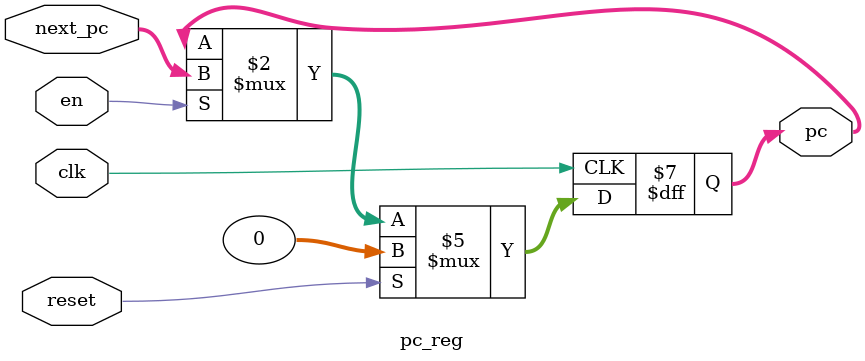
<source format=v>
`timescale 1ns / 1ps

module pc_reg #(
    parameter XLEN = 32
)(
    input  wire             clk,
    input  wire             reset,
    input  wire             en,
    input  wire [XLEN-1:0]  next_pc,
    output reg  [XLEN-1:0]  pc
);

    always @(posedge clk) begin
        if (reset) begin
            pc <= {XLEN{1'b0}};
        end else if (en) begin
            pc <= next_pc;
        end
    end

endmodule

</source>
